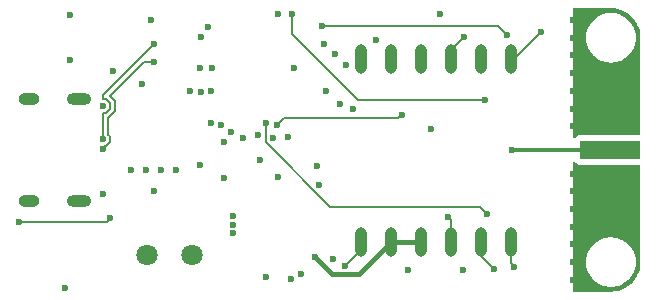
<source format=gbl>
G04 #@! TF.GenerationSoftware,KiCad,Pcbnew,8.0.5-dirty*
G04 #@! TF.CreationDate,2024-10-08T17:02:33+11:00*
G04 #@! TF.ProjectId,kestral,6b657374-7261-46c2-9e6b-696361645f70,rev?*
G04 #@! TF.SameCoordinates,Original*
G04 #@! TF.FileFunction,Copper,L4,Bot*
G04 #@! TF.FilePolarity,Positive*
%FSLAX46Y46*%
G04 Gerber Fmt 4.6, Leading zero omitted, Abs format (unit mm)*
G04 Created by KiCad (PCBNEW 8.0.5-dirty) date 2024-10-08 17:02:33*
%MOMM*%
%LPD*%
G01*
G04 APERTURE LIST*
G04 #@! TA.AperFunction,ComponentPad*
%ADD10O,2.100000X1.000000*%
G04 #@! TD*
G04 #@! TA.AperFunction,ComponentPad*
%ADD11O,1.800000X1.000000*%
G04 #@! TD*
G04 #@! TA.AperFunction,ComponentPad*
%ADD12C,1.803400*%
G04 #@! TD*
G04 #@! TA.AperFunction,SMDPad,CuDef*
%ADD13O,1.000000X2.500000*%
G04 #@! TD*
G04 #@! TA.AperFunction,SMDPad,CuDef*
%ADD14R,5.080000X1.500000*%
G04 #@! TD*
G04 #@! TA.AperFunction,ViaPad*
%ADD15C,0.600000*%
G04 #@! TD*
G04 #@! TA.AperFunction,Conductor*
%ADD16C,0.200000*%
G04 #@! TD*
G04 #@! TA.AperFunction,Conductor*
%ADD17C,0.356000*%
G04 #@! TD*
G04 #@! TA.AperFunction,Conductor*
%ADD18C,0.400000*%
G04 #@! TD*
G04 APERTURE END LIST*
D10*
X106925000Y-108180000D03*
D11*
X102725000Y-108180000D03*
D10*
X106925000Y-116820000D03*
D11*
X102725000Y-116820000D03*
D12*
X112689999Y-121400000D03*
X116500000Y-121400000D03*
D13*
X143500000Y-120300000D03*
X140960000Y-120300000D03*
X138420000Y-120300000D03*
X135880000Y-120300000D03*
X133340000Y-120300000D03*
X130800000Y-120300000D03*
X130800000Y-104800000D03*
X133340000Y-104800000D03*
X135880000Y-104800000D03*
X138420000Y-104800000D03*
X140960000Y-104800000D03*
X143500000Y-104800000D03*
D14*
X151937500Y-112500000D03*
X151937500Y-108250000D03*
X151937500Y-116750000D03*
D15*
X128475000Y-121700000D03*
X119200000Y-111820000D03*
X119200000Y-114900000D03*
X148750000Y-110500000D03*
X115205000Y-114232500D03*
X148750000Y-109000000D03*
X148750000Y-117500000D03*
X130200000Y-109000000D03*
X146100000Y-102500000D03*
X148750000Y-107500000D03*
X108975000Y-116250000D03*
X138200000Y-118200000D03*
X148750000Y-120500000D03*
X134850000Y-122650000D03*
X106200000Y-101100000D03*
X105800000Y-124200000D03*
X148750000Y-123500000D03*
X148750000Y-116000000D03*
X122762500Y-123275000D03*
X148750000Y-106000000D03*
X148750000Y-104500000D03*
X127912500Y-107482500D03*
X106200000Y-104900000D03*
X117210000Y-113800000D03*
X148750000Y-122000000D03*
X108975000Y-108750000D03*
X123795634Y-114802885D03*
X132100000Y-103200000D03*
X127100000Y-113900000D03*
X122318488Y-113384315D03*
X148750000Y-119000000D03*
X148750000Y-114500000D03*
X125150000Y-105532500D03*
X148750000Y-101500000D03*
X148750000Y-103000000D03*
X143600000Y-112500000D03*
X109000000Y-112400000D03*
X113355000Y-105032500D03*
X109000000Y-111599997D03*
X113355000Y-103532500D03*
X141500000Y-117900000D03*
X122800000Y-110200000D03*
X123700000Y-110400000D03*
X134300000Y-109500000D03*
X143200000Y-102800000D03*
X127500000Y-102000000D03*
X119987500Y-118125000D03*
X112265000Y-106932500D03*
X119987500Y-119525000D03*
X109800000Y-105800000D03*
X137500000Y-101000000D03*
X119987500Y-118825000D03*
X129562500Y-105332500D03*
X117900000Y-102132500D03*
X127700000Y-103500000D03*
X126925000Y-121575000D03*
X123400000Y-111500000D03*
X123800000Y-100982500D03*
X139487500Y-122687500D03*
X117223131Y-105532500D03*
X122100000Y-111200000D03*
X118124265Y-110224265D03*
X141300000Y-108300000D03*
X125000000Y-100982500D03*
X117300000Y-102900000D03*
X124700000Y-111420000D03*
X128600000Y-104400000D03*
X118251472Y-105532500D03*
X129100000Y-108600000D03*
X127300000Y-115500000D03*
X119800000Y-111000000D03*
X142100000Y-122600000D03*
X125800000Y-123000000D03*
X139600000Y-102900000D03*
X136750000Y-110750000D03*
X120883750Y-111516250D03*
X143800000Y-122400000D03*
X124900000Y-123400000D03*
X119000000Y-110400000D03*
X112670000Y-114220000D03*
X117278765Y-107628735D03*
X118180113Y-107532500D03*
X113940000Y-114220000D03*
X111375000Y-114230000D03*
X116382528Y-107532500D03*
X109600000Y-118300000D03*
X101900000Y-118600000D03*
X129500000Y-122300000D03*
X113300000Y-116000000D03*
X113100000Y-101500000D03*
D16*
X143800000Y-104800000D02*
X146100000Y-102500000D01*
X138420000Y-118420000D02*
X138200000Y-118200000D01*
X143500000Y-104800000D02*
X143800000Y-104800000D01*
X138420000Y-120300000D02*
X138420000Y-118420000D01*
D17*
X143600000Y-112500000D02*
X152500000Y-112500000D01*
D16*
X109000000Y-112400000D02*
X109200003Y-112199997D01*
X109616897Y-107907000D02*
X112491397Y-105032500D01*
X110024980Y-109184917D02*
X110024980Y-108315083D01*
X110024980Y-108315083D02*
X109616897Y-107907000D01*
X109248529Y-112199997D02*
X109600000Y-111848526D01*
X109200003Y-112199997D02*
X109248529Y-112199997D01*
X109600000Y-111351468D02*
X109450000Y-111201468D01*
X109450000Y-109759897D02*
X110024980Y-109184917D01*
X109600000Y-111848526D02*
X109600000Y-111351468D01*
X109450000Y-111201468D02*
X109450000Y-109759897D01*
X112491397Y-105032500D02*
X113355000Y-105032500D01*
X109000000Y-109350000D02*
X109223529Y-109350000D01*
X109575000Y-108501471D02*
X109223529Y-108150000D01*
X109223529Y-108150000D02*
X109000000Y-108150000D01*
X109223529Y-109350000D02*
X109575000Y-108998529D01*
X109000000Y-107887500D02*
X113355000Y-103532500D01*
X109000000Y-111599997D02*
X109000000Y-109350000D01*
X109000000Y-108150000D02*
X109000000Y-107887500D01*
X109575000Y-108998529D02*
X109575000Y-108501471D01*
X122800000Y-111117106D02*
X122758553Y-111158553D01*
X140900000Y-117300000D02*
X141500000Y-117900000D01*
X122758553Y-111858553D02*
X128200000Y-117300000D01*
X128200000Y-117300000D02*
X140900000Y-117300000D01*
X122800000Y-110200000D02*
X122800000Y-111117106D01*
X122758553Y-111158553D02*
X122758553Y-111858553D01*
X134000000Y-109800000D02*
X124300000Y-109800000D01*
X134300000Y-109500000D02*
X134000000Y-109800000D01*
X124300000Y-109800000D02*
X123700000Y-110400000D01*
X127500000Y-102000000D02*
X142400000Y-102000000D01*
X142400000Y-102000000D02*
X143200000Y-102800000D01*
D18*
X130640000Y-123000000D02*
X133340000Y-120300000D01*
X135880000Y-120300000D02*
X133340000Y-120300000D01*
X128350000Y-123000000D02*
X130640000Y-123000000D01*
X126925000Y-121575000D02*
X128350000Y-123000000D01*
D16*
X125000000Y-102700000D02*
X125000000Y-100982500D01*
X130600000Y-108300000D02*
X125000000Y-102700000D01*
X141300000Y-108300000D02*
X130600000Y-108300000D01*
X140960000Y-120300000D02*
X140960000Y-121460000D01*
X140960000Y-121460000D02*
X142100000Y-122600000D01*
X138420000Y-104080000D02*
X139600000Y-102900000D01*
X138420000Y-104800000D02*
X138420000Y-104080000D01*
X143500000Y-120300000D02*
X143500000Y-122100000D01*
X143500000Y-122100000D02*
X143800000Y-122400000D01*
X109300000Y-118600000D02*
X101900000Y-118600000D01*
X109600000Y-118300000D02*
X109300000Y-118600000D01*
X130800000Y-121000000D02*
X129500000Y-122300000D01*
X130800000Y-120300000D02*
X130800000Y-121000000D01*
G04 #@! TA.AperFunction,Conductor*
G36*
X148955203Y-113499061D02*
G01*
X148973264Y-113518459D01*
X149039954Y-113607546D01*
X149086143Y-113642123D01*
X149155164Y-113693793D01*
X149155171Y-113693797D01*
X149290017Y-113744091D01*
X149290016Y-113744091D01*
X149296944Y-113744835D01*
X149349627Y-113750500D01*
X154375500Y-113750499D01*
X154442539Y-113770184D01*
X154488294Y-113822988D01*
X154499500Y-113874499D01*
X154499500Y-121996249D01*
X154499274Y-122003736D01*
X154481728Y-122293794D01*
X154479923Y-122308659D01*
X154428219Y-122590798D01*
X154424635Y-122605336D01*
X154339306Y-122879167D01*
X154333997Y-122893168D01*
X154216275Y-123154736D01*
X154209316Y-123167995D01*
X154060928Y-123413459D01*
X154052422Y-123425782D01*
X153875526Y-123651573D01*
X153865596Y-123662781D01*
X153662781Y-123865596D01*
X153651573Y-123875526D01*
X153425782Y-124052422D01*
X153413459Y-124060928D01*
X153167995Y-124209316D01*
X153154736Y-124216275D01*
X152893168Y-124333997D01*
X152879167Y-124339306D01*
X152605336Y-124424635D01*
X152590798Y-124428219D01*
X152308659Y-124479923D01*
X152293794Y-124481728D01*
X152003736Y-124499274D01*
X151996249Y-124499500D01*
X148874000Y-124499500D01*
X148806961Y-124479815D01*
X148761206Y-124427011D01*
X148750000Y-124375500D01*
X148750000Y-122000000D01*
X149894592Y-122000000D01*
X149914201Y-122286680D01*
X149972666Y-122568034D01*
X149972667Y-122568037D01*
X150068894Y-122838793D01*
X150068893Y-122838793D01*
X150201098Y-123093935D01*
X150366812Y-123328700D01*
X150445972Y-123413459D01*
X150562947Y-123538708D01*
X150701677Y-123651573D01*
X150785853Y-123720055D01*
X151031382Y-123869365D01*
X151218237Y-123950526D01*
X151294942Y-123983844D01*
X151571642Y-124061371D01*
X151821920Y-124095771D01*
X151856321Y-124100500D01*
X151856322Y-124100500D01*
X152143679Y-124100500D01*
X152174370Y-124096281D01*
X152428358Y-124061371D01*
X152705058Y-123983844D01*
X152818015Y-123934779D01*
X152968617Y-123869365D01*
X152968620Y-123869363D01*
X152968625Y-123869361D01*
X153214147Y-123720055D01*
X153437053Y-123538708D01*
X153633189Y-123328698D01*
X153798901Y-123093936D01*
X153931104Y-122838797D01*
X154027334Y-122568032D01*
X154085798Y-122286686D01*
X154105408Y-122000000D01*
X154085798Y-121713314D01*
X154027334Y-121431968D01*
X153931105Y-121161206D01*
X153931106Y-121161206D01*
X153798901Y-120906064D01*
X153633187Y-120671299D01*
X153554554Y-120587105D01*
X153437053Y-120461292D01*
X153214147Y-120279945D01*
X153214146Y-120279944D01*
X152968617Y-120130634D01*
X152705063Y-120016158D01*
X152705061Y-120016157D01*
X152705058Y-120016156D01*
X152575578Y-119979877D01*
X152428364Y-119938630D01*
X152428359Y-119938629D01*
X152428358Y-119938629D01*
X152286018Y-119919064D01*
X152143679Y-119899500D01*
X152143678Y-119899500D01*
X151856322Y-119899500D01*
X151856321Y-119899500D01*
X151571642Y-119938629D01*
X151571635Y-119938630D01*
X151363861Y-119996845D01*
X151294942Y-120016156D01*
X151294939Y-120016156D01*
X151294936Y-120016158D01*
X151294935Y-120016158D01*
X151031382Y-120130634D01*
X150785853Y-120279944D01*
X150562950Y-120461289D01*
X150366812Y-120671299D01*
X150201098Y-120906064D01*
X150068894Y-121161206D01*
X149972667Y-121431962D01*
X149972666Y-121431965D01*
X149914201Y-121713319D01*
X149894592Y-122000000D01*
X148750000Y-122000000D01*
X148750000Y-113592774D01*
X148769685Y-113525735D01*
X148822489Y-113479980D01*
X148891647Y-113470036D01*
X148955203Y-113499061D01*
G37*
G04 #@! TD.AperFunction*
G04 #@! TA.AperFunction,Conductor*
G36*
X152003736Y-100500726D02*
G01*
X152293796Y-100518271D01*
X152308659Y-100520076D01*
X152590798Y-100571780D01*
X152605335Y-100575363D01*
X152879172Y-100660695D01*
X152893163Y-100666000D01*
X153154743Y-100783727D01*
X153167989Y-100790680D01*
X153413465Y-100939075D01*
X153425776Y-100947573D01*
X153513319Y-101016158D01*
X153651573Y-101124473D01*
X153662781Y-101134403D01*
X153865596Y-101337218D01*
X153875526Y-101348426D01*
X153995481Y-101501538D01*
X154052422Y-101574217D01*
X154060926Y-101586537D01*
X154112168Y-101671302D01*
X154209316Y-101832004D01*
X154216275Y-101845263D01*
X154333997Y-102106831D01*
X154339306Y-102120832D01*
X154424635Y-102394663D01*
X154428219Y-102409201D01*
X154479923Y-102691340D01*
X154481728Y-102706205D01*
X154499274Y-102996263D01*
X154499500Y-103003750D01*
X154499500Y-111125500D01*
X154479815Y-111192539D01*
X154427011Y-111238294D01*
X154375500Y-111249500D01*
X149349629Y-111249500D01*
X149349623Y-111249501D01*
X149290016Y-111255908D01*
X149155171Y-111306202D01*
X149155164Y-111306206D01*
X149039955Y-111392452D01*
X148973266Y-111481537D01*
X148917332Y-111523407D01*
X148847640Y-111528391D01*
X148786318Y-111494905D01*
X148752833Y-111433582D01*
X148750000Y-111407225D01*
X148750000Y-103000000D01*
X149894592Y-103000000D01*
X149914201Y-103286680D01*
X149972666Y-103568034D01*
X149972667Y-103568037D01*
X150068894Y-103838793D01*
X150068893Y-103838793D01*
X150201098Y-104093935D01*
X150366812Y-104328700D01*
X150451923Y-104419831D01*
X150562947Y-104538708D01*
X150785853Y-104720055D01*
X151031382Y-104869365D01*
X151218237Y-104950526D01*
X151294942Y-104983844D01*
X151571642Y-105061371D01*
X151821920Y-105095771D01*
X151856321Y-105100500D01*
X151856322Y-105100500D01*
X152143679Y-105100500D01*
X152174370Y-105096281D01*
X152428358Y-105061371D01*
X152705058Y-104983844D01*
X152818015Y-104934779D01*
X152968617Y-104869365D01*
X152968620Y-104869363D01*
X152968625Y-104869361D01*
X153214147Y-104720055D01*
X153437053Y-104538708D01*
X153633189Y-104328698D01*
X153798901Y-104093936D01*
X153931104Y-103838797D01*
X154027334Y-103568032D01*
X154085798Y-103286686D01*
X154105408Y-103000000D01*
X154085798Y-102713314D01*
X154027334Y-102431968D01*
X153931105Y-102161206D01*
X153931106Y-102161206D01*
X153798901Y-101906064D01*
X153633187Y-101671299D01*
X153542518Y-101574217D01*
X153437053Y-101461292D01*
X153214147Y-101279945D01*
X153214146Y-101279944D01*
X152968617Y-101130634D01*
X152705063Y-101016158D01*
X152705061Y-101016157D01*
X152705058Y-101016156D01*
X152575578Y-100979877D01*
X152428364Y-100938630D01*
X152428359Y-100938629D01*
X152428358Y-100938629D01*
X152236367Y-100912240D01*
X152143679Y-100899500D01*
X152143678Y-100899500D01*
X151856322Y-100899500D01*
X151856321Y-100899500D01*
X151571642Y-100938629D01*
X151571635Y-100938630D01*
X151363861Y-100996845D01*
X151294942Y-101016156D01*
X151294939Y-101016156D01*
X151294936Y-101016158D01*
X151294935Y-101016158D01*
X151031382Y-101130634D01*
X150785853Y-101279944D01*
X150562950Y-101461289D01*
X150366812Y-101671299D01*
X150201098Y-101906064D01*
X150068894Y-102161206D01*
X149972667Y-102431962D01*
X149972666Y-102431965D01*
X149914201Y-102713319D01*
X149894592Y-103000000D01*
X148750000Y-103000000D01*
X148750000Y-100624500D01*
X148769685Y-100557461D01*
X148822489Y-100511706D01*
X148874000Y-100500500D01*
X151934108Y-100500500D01*
X151996249Y-100500500D01*
X152003736Y-100500726D01*
G37*
G04 #@! TD.AperFunction*
M02*

</source>
